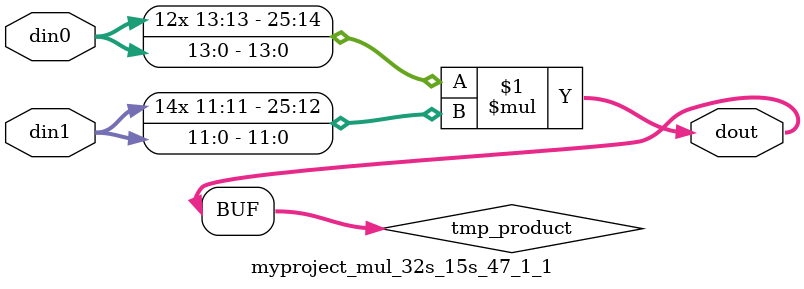
<source format=v>

`timescale 1 ns / 1 ps

  module myproject_mul_32s_15s_47_1_1(din0, din1, dout);
parameter ID = 1;
parameter NUM_STAGE = 0;
parameter din0_WIDTH = 14;
parameter din1_WIDTH = 12;
parameter dout_WIDTH = 26;

input [din0_WIDTH - 1 : 0] din0; 
input [din1_WIDTH - 1 : 0] din1; 
output [dout_WIDTH - 1 : 0] dout;

wire signed [dout_WIDTH - 1 : 0] tmp_product;













assign tmp_product = $signed(din0) * $signed(din1);








assign dout = tmp_product;







endmodule

</source>
